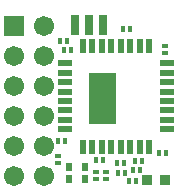
<source format=gts>
G04 DipTrace Beta 2.3.5.2*
%INMicroOSD.GTS*%
%MOIN*%
%ADD23R,0.0197X0.0138*%
%ADD24R,0.0138X0.0197*%
%ADD25R,0.0197X0.0315*%
%ADD34R,0.022X0.05*%
%ADD35R,0.05X0.022*%
%ADD45C,0.067*%
%ADD59R,0.067X0.067*%
%ADD61R,0.034X0.036*%
%FSLAX44Y44*%
G04*
G70*
G90*
G75*
G01*
%LNTopMask*%
%LPD*%
D23*
X3540Y640D3*
Y404D3*
D24*
X3950Y620D3*
X4186D3*
X4170Y960D3*
X3934D3*
X2030Y5020D3*
X2266D3*
D23*
X1950Y1190D3*
Y954D3*
D24*
X4370Y5400D3*
X4134D3*
D25*
X2860Y810D3*
X2309D3*
X2860Y410D3*
X2309D3*
D61*
X5530Y390D3*
X4930D3*
D23*
X3230Y410D3*
Y646D3*
D24*
X2376Y4710D3*
X2140D3*
X2200Y1680D3*
X1964D3*
D23*
X5520Y4860D3*
Y4624D3*
D24*
X3220Y1040D3*
X3456D3*
X4332Y362D3*
X4568D3*
X4450Y710D3*
X4686D3*
X4510Y1020D3*
X4746D3*
X5310Y1290D3*
X5546D3*
D34*
X4990Y4860D3*
X4675D3*
X4360D3*
X4045D3*
X3730D3*
X3415D3*
X3100D3*
X2785D3*
D35*
X2198Y4272D3*
Y3957D3*
Y3642D3*
Y3327D3*
Y3013D3*
Y2698D3*
Y2383D3*
Y2068D3*
D34*
X2785Y1480D3*
X3100D3*
X3415D3*
X3730D3*
X4045D3*
X4360D3*
X4675D3*
X4990D3*
D35*
X5578Y2068D3*
Y2383D3*
Y2698D3*
Y3013D3*
Y3327D3*
Y3642D3*
Y3957D3*
Y4272D3*
D59*
X500Y5500D3*
D45*
X1500D3*
X500Y4500D3*
X1500D3*
X500Y3500D3*
X1500D3*
X500Y2500D3*
X1500D3*
X500Y1500D3*
X1500D3*
X500Y500D3*
X1500D3*
G36*
X3322Y5225D2*
X3598D1*
Y5895D1*
X3322D1*
Y5225D1*
G37*
G36*
X2850D2*
X3125D1*
Y5895D1*
X2850D1*
Y5225D1*
G37*
G36*
X2377D2*
X2653D1*
Y5895D1*
X2377D1*
Y5225D1*
G37*
G36*
X3000Y3960D2*
X3900D1*
Y2230D1*
X3000D1*
Y3960D1*
G37*
M02*

</source>
